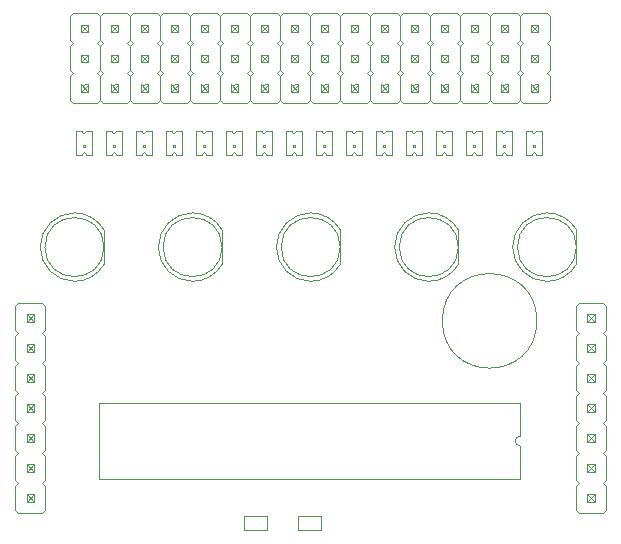
<source format=gbr>
G04 #@! TF.FileFunction,*
%FSLAX46Y46*%
G04 Gerber Fmt 4.6, Leading zero omitted, Abs format (unit mm)*
G04 Created by KiCad (PCBNEW (2015-01-16 BZR 5376)-product) date 29.3.2015 17:27:47*
%MOMM*%
G01*
G04 APERTURE LIST*
%ADD10C,0.100000*%
G04 APERTURE END LIST*
D10*
X247944000Y-70290000D02*
X247690000Y-70544000D01*
X247690000Y-70544000D02*
X247690000Y-72576000D01*
X247690000Y-72576000D02*
X247944000Y-72830000D01*
X249976000Y-70290000D02*
X250230000Y-70544000D01*
X250230000Y-70544000D02*
X250230000Y-72576000D01*
X250230000Y-72576000D02*
X249976000Y-72830000D01*
X247690000Y-67496000D02*
X247944000Y-67750000D01*
X247944000Y-67750000D02*
X247690000Y-68004000D01*
X247690000Y-68004000D02*
X247690000Y-70036000D01*
X250230000Y-67496000D02*
X249976000Y-67750000D01*
X249976000Y-67750000D02*
X250230000Y-68004000D01*
X250230000Y-68004000D02*
X250230000Y-70036000D01*
X249280000Y-66800000D02*
X248640000Y-66160000D01*
X249280000Y-66160000D02*
X249280000Y-66800000D01*
X249280000Y-66800000D02*
X248640000Y-66800000D01*
X248640000Y-66800000D02*
X248640000Y-66160000D01*
X248640000Y-66160000D02*
X249280000Y-66160000D01*
X249280000Y-66160000D02*
X248640000Y-66800000D01*
X249280000Y-69340000D02*
X248640000Y-68700000D01*
X249280000Y-68700000D02*
X249280000Y-69340000D01*
X249280000Y-69340000D02*
X248640000Y-69340000D01*
X248640000Y-69340000D02*
X248640000Y-68700000D01*
X248640000Y-68700000D02*
X249280000Y-68700000D01*
X249280000Y-68700000D02*
X248640000Y-69340000D01*
X249280000Y-71880000D02*
X248640000Y-71230000D01*
X249280000Y-71240000D02*
X249280000Y-71880000D01*
X249280000Y-71880000D02*
X248640000Y-71880000D01*
X248640000Y-71880000D02*
X248640000Y-71230000D01*
X248640000Y-71240000D02*
X249280000Y-71230000D01*
X249280000Y-71240000D02*
X248640000Y-71880000D01*
X247944000Y-65210000D02*
X249976000Y-65210000D01*
X249976000Y-65210000D02*
X250230000Y-65464000D01*
X250230000Y-65464000D02*
X250230000Y-67496000D01*
X250230000Y-70036000D02*
X249976000Y-70290000D01*
X249976000Y-72830000D02*
X247944000Y-72830000D01*
X247944000Y-70290000D02*
X247690000Y-70036000D01*
X247690000Y-67496000D02*
X247690000Y-65464000D01*
X247690000Y-65464000D02*
X247944000Y-65210000D01*
X245404000Y-70290000D02*
X245150000Y-70544000D01*
X245150000Y-70544000D02*
X245150000Y-72576000D01*
X245150000Y-72576000D02*
X245404000Y-72830000D01*
X247436000Y-70290000D02*
X247690000Y-70544000D01*
X247690000Y-70544000D02*
X247690000Y-72576000D01*
X247690000Y-72576000D02*
X247436000Y-72830000D01*
X245150000Y-67496000D02*
X245404000Y-67750000D01*
X245404000Y-67750000D02*
X245150000Y-68004000D01*
X245150000Y-68004000D02*
X245150000Y-70036000D01*
X247690000Y-67496000D02*
X247436000Y-67750000D01*
X247436000Y-67750000D02*
X247690000Y-68004000D01*
X247690000Y-68004000D02*
X247690000Y-70036000D01*
X246740000Y-66800000D02*
X246100000Y-66160000D01*
X246740000Y-66160000D02*
X246740000Y-66800000D01*
X246740000Y-66800000D02*
X246100000Y-66800000D01*
X246100000Y-66800000D02*
X246100000Y-66160000D01*
X246100000Y-66160000D02*
X246740000Y-66160000D01*
X246740000Y-66160000D02*
X246100000Y-66800000D01*
X246740000Y-69340000D02*
X246100000Y-68700000D01*
X246740000Y-68700000D02*
X246740000Y-69340000D01*
X246740000Y-69340000D02*
X246100000Y-69340000D01*
X246100000Y-69340000D02*
X246100000Y-68700000D01*
X246100000Y-68700000D02*
X246740000Y-68700000D01*
X246740000Y-68700000D02*
X246100000Y-69340000D01*
X246740000Y-71880000D02*
X246100000Y-71230000D01*
X246740000Y-71240000D02*
X246740000Y-71880000D01*
X246740000Y-71880000D02*
X246100000Y-71880000D01*
X246100000Y-71880000D02*
X246100000Y-71230000D01*
X246100000Y-71240000D02*
X246740000Y-71230000D01*
X246740000Y-71240000D02*
X246100000Y-71880000D01*
X245404000Y-65210000D02*
X247436000Y-65210000D01*
X247436000Y-65210000D02*
X247690000Y-65464000D01*
X247690000Y-65464000D02*
X247690000Y-67496000D01*
X247690000Y-70036000D02*
X247436000Y-70290000D01*
X247436000Y-72830000D02*
X245404000Y-72830000D01*
X245404000Y-70290000D02*
X245150000Y-70036000D01*
X245150000Y-67496000D02*
X245150000Y-65464000D01*
X245150000Y-65464000D02*
X245404000Y-65210000D01*
X242864000Y-70290000D02*
X242610000Y-70544000D01*
X242610000Y-70544000D02*
X242610000Y-72576000D01*
X242610000Y-72576000D02*
X242864000Y-72830000D01*
X244896000Y-70290000D02*
X245150000Y-70544000D01*
X245150000Y-70544000D02*
X245150000Y-72576000D01*
X245150000Y-72576000D02*
X244896000Y-72830000D01*
X242610000Y-67496000D02*
X242864000Y-67750000D01*
X242864000Y-67750000D02*
X242610000Y-68004000D01*
X242610000Y-68004000D02*
X242610000Y-70036000D01*
X245150000Y-67496000D02*
X244896000Y-67750000D01*
X244896000Y-67750000D02*
X245150000Y-68004000D01*
X245150000Y-68004000D02*
X245150000Y-70036000D01*
X244200000Y-66800000D02*
X243560000Y-66160000D01*
X244200000Y-66160000D02*
X244200000Y-66800000D01*
X244200000Y-66800000D02*
X243560000Y-66800000D01*
X243560000Y-66800000D02*
X243560000Y-66160000D01*
X243560000Y-66160000D02*
X244200000Y-66160000D01*
X244200000Y-66160000D02*
X243560000Y-66800000D01*
X244200000Y-69340000D02*
X243560000Y-68700000D01*
X244200000Y-68700000D02*
X244200000Y-69340000D01*
X244200000Y-69340000D02*
X243560000Y-69340000D01*
X243560000Y-69340000D02*
X243560000Y-68700000D01*
X243560000Y-68700000D02*
X244200000Y-68700000D01*
X244200000Y-68700000D02*
X243560000Y-69340000D01*
X244200000Y-71880000D02*
X243560000Y-71230000D01*
X244200000Y-71240000D02*
X244200000Y-71880000D01*
X244200000Y-71880000D02*
X243560000Y-71880000D01*
X243560000Y-71880000D02*
X243560000Y-71230000D01*
X243560000Y-71240000D02*
X244200000Y-71230000D01*
X244200000Y-71240000D02*
X243560000Y-71880000D01*
X242864000Y-65210000D02*
X244896000Y-65210000D01*
X244896000Y-65210000D02*
X245150000Y-65464000D01*
X245150000Y-65464000D02*
X245150000Y-67496000D01*
X245150000Y-70036000D02*
X244896000Y-70290000D01*
X244896000Y-72830000D02*
X242864000Y-72830000D01*
X242864000Y-70290000D02*
X242610000Y-70036000D01*
X242610000Y-67496000D02*
X242610000Y-65464000D01*
X242610000Y-65464000D02*
X242864000Y-65210000D01*
X240324000Y-70290000D02*
X240070000Y-70544000D01*
X240070000Y-70544000D02*
X240070000Y-72576000D01*
X240070000Y-72576000D02*
X240324000Y-72830000D01*
X242356000Y-70290000D02*
X242610000Y-70544000D01*
X242610000Y-70544000D02*
X242610000Y-72576000D01*
X242610000Y-72576000D02*
X242356000Y-72830000D01*
X240070000Y-67496000D02*
X240324000Y-67750000D01*
X240324000Y-67750000D02*
X240070000Y-68004000D01*
X240070000Y-68004000D02*
X240070000Y-70036000D01*
X242610000Y-67496000D02*
X242356000Y-67750000D01*
X242356000Y-67750000D02*
X242610000Y-68004000D01*
X242610000Y-68004000D02*
X242610000Y-70036000D01*
X241660000Y-66800000D02*
X241020000Y-66160000D01*
X241660000Y-66160000D02*
X241660000Y-66800000D01*
X241660000Y-66800000D02*
X241020000Y-66800000D01*
X241020000Y-66800000D02*
X241020000Y-66160000D01*
X241020000Y-66160000D02*
X241660000Y-66160000D01*
X241660000Y-66160000D02*
X241020000Y-66800000D01*
X241660000Y-69340000D02*
X241020000Y-68700000D01*
X241660000Y-68700000D02*
X241660000Y-69340000D01*
X241660000Y-69340000D02*
X241020000Y-69340000D01*
X241020000Y-69340000D02*
X241020000Y-68700000D01*
X241020000Y-68700000D02*
X241660000Y-68700000D01*
X241660000Y-68700000D02*
X241020000Y-69340000D01*
X241660000Y-71880000D02*
X241020000Y-71230000D01*
X241660000Y-71240000D02*
X241660000Y-71880000D01*
X241660000Y-71880000D02*
X241020000Y-71880000D01*
X241020000Y-71880000D02*
X241020000Y-71230000D01*
X241020000Y-71240000D02*
X241660000Y-71230000D01*
X241660000Y-71240000D02*
X241020000Y-71880000D01*
X240324000Y-65210000D02*
X242356000Y-65210000D01*
X242356000Y-65210000D02*
X242610000Y-65464000D01*
X242610000Y-65464000D02*
X242610000Y-67496000D01*
X242610000Y-70036000D02*
X242356000Y-70290000D01*
X242356000Y-72830000D02*
X240324000Y-72830000D01*
X240324000Y-70290000D02*
X240070000Y-70036000D01*
X240070000Y-67496000D02*
X240070000Y-65464000D01*
X240070000Y-65464000D02*
X240324000Y-65210000D01*
X237784000Y-70290000D02*
X237530000Y-70544000D01*
X237530000Y-70544000D02*
X237530000Y-72576000D01*
X237530000Y-72576000D02*
X237784000Y-72830000D01*
X239816000Y-70290000D02*
X240070000Y-70544000D01*
X240070000Y-70544000D02*
X240070000Y-72576000D01*
X240070000Y-72576000D02*
X239816000Y-72830000D01*
X237530000Y-67496000D02*
X237784000Y-67750000D01*
X237784000Y-67750000D02*
X237530000Y-68004000D01*
X237530000Y-68004000D02*
X237530000Y-70036000D01*
X240070000Y-67496000D02*
X239816000Y-67750000D01*
X239816000Y-67750000D02*
X240070000Y-68004000D01*
X240070000Y-68004000D02*
X240070000Y-70036000D01*
X239120000Y-66800000D02*
X238480000Y-66160000D01*
X239120000Y-66160000D02*
X239120000Y-66800000D01*
X239120000Y-66800000D02*
X238480000Y-66800000D01*
X238480000Y-66800000D02*
X238480000Y-66160000D01*
X238480000Y-66160000D02*
X239120000Y-66160000D01*
X239120000Y-66160000D02*
X238480000Y-66800000D01*
X239120000Y-69340000D02*
X238480000Y-68700000D01*
X239120000Y-68700000D02*
X239120000Y-69340000D01*
X239120000Y-69340000D02*
X238480000Y-69340000D01*
X238480000Y-69340000D02*
X238480000Y-68700000D01*
X238480000Y-68700000D02*
X239120000Y-68700000D01*
X239120000Y-68700000D02*
X238480000Y-69340000D01*
X239120000Y-71880000D02*
X238480000Y-71230000D01*
X239120000Y-71240000D02*
X239120000Y-71880000D01*
X239120000Y-71880000D02*
X238480000Y-71880000D01*
X238480000Y-71880000D02*
X238480000Y-71230000D01*
X238480000Y-71240000D02*
X239120000Y-71230000D01*
X239120000Y-71240000D02*
X238480000Y-71880000D01*
X237784000Y-65210000D02*
X239816000Y-65210000D01*
X239816000Y-65210000D02*
X240070000Y-65464000D01*
X240070000Y-65464000D02*
X240070000Y-67496000D01*
X240070000Y-70036000D02*
X239816000Y-70290000D01*
X239816000Y-72830000D02*
X237784000Y-72830000D01*
X237784000Y-70290000D02*
X237530000Y-70036000D01*
X237530000Y-67496000D02*
X237530000Y-65464000D01*
X237530000Y-65464000D02*
X237784000Y-65210000D01*
X235244000Y-70290000D02*
X234990000Y-70544000D01*
X234990000Y-70544000D02*
X234990000Y-72576000D01*
X234990000Y-72576000D02*
X235244000Y-72830000D01*
X237276000Y-70290000D02*
X237530000Y-70544000D01*
X237530000Y-70544000D02*
X237530000Y-72576000D01*
X237530000Y-72576000D02*
X237276000Y-72830000D01*
X234990000Y-67496000D02*
X235244000Y-67750000D01*
X235244000Y-67750000D02*
X234990000Y-68004000D01*
X234990000Y-68004000D02*
X234990000Y-70036000D01*
X237530000Y-67496000D02*
X237276000Y-67750000D01*
X237276000Y-67750000D02*
X237530000Y-68004000D01*
X237530000Y-68004000D02*
X237530000Y-70036000D01*
X236580000Y-66800000D02*
X235940000Y-66160000D01*
X236580000Y-66160000D02*
X236580000Y-66800000D01*
X236580000Y-66800000D02*
X235940000Y-66800000D01*
X235940000Y-66800000D02*
X235940000Y-66160000D01*
X235940000Y-66160000D02*
X236580000Y-66160000D01*
X236580000Y-66160000D02*
X235940000Y-66800000D01*
X236580000Y-69340000D02*
X235940000Y-68700000D01*
X236580000Y-68700000D02*
X236580000Y-69340000D01*
X236580000Y-69340000D02*
X235940000Y-69340000D01*
X235940000Y-69340000D02*
X235940000Y-68700000D01*
X235940000Y-68700000D02*
X236580000Y-68700000D01*
X236580000Y-68700000D02*
X235940000Y-69340000D01*
X236580000Y-71880000D02*
X235940000Y-71230000D01*
X236580000Y-71240000D02*
X236580000Y-71880000D01*
X236580000Y-71880000D02*
X235940000Y-71880000D01*
X235940000Y-71880000D02*
X235940000Y-71230000D01*
X235940000Y-71240000D02*
X236580000Y-71230000D01*
X236580000Y-71240000D02*
X235940000Y-71880000D01*
X235244000Y-65210000D02*
X237276000Y-65210000D01*
X237276000Y-65210000D02*
X237530000Y-65464000D01*
X237530000Y-65464000D02*
X237530000Y-67496000D01*
X237530000Y-70036000D02*
X237276000Y-70290000D01*
X237276000Y-72830000D02*
X235244000Y-72830000D01*
X235244000Y-70290000D02*
X234990000Y-70036000D01*
X234990000Y-67496000D02*
X234990000Y-65464000D01*
X234990000Y-65464000D02*
X235244000Y-65210000D01*
X232704000Y-70290000D02*
X232450000Y-70544000D01*
X232450000Y-70544000D02*
X232450000Y-72576000D01*
X232450000Y-72576000D02*
X232704000Y-72830000D01*
X234736000Y-70290000D02*
X234990000Y-70544000D01*
X234990000Y-70544000D02*
X234990000Y-72576000D01*
X234990000Y-72576000D02*
X234736000Y-72830000D01*
X232450000Y-67496000D02*
X232704000Y-67750000D01*
X232704000Y-67750000D02*
X232450000Y-68004000D01*
X232450000Y-68004000D02*
X232450000Y-70036000D01*
X234990000Y-67496000D02*
X234736000Y-67750000D01*
X234736000Y-67750000D02*
X234990000Y-68004000D01*
X234990000Y-68004000D02*
X234990000Y-70036000D01*
X234040000Y-66800000D02*
X233400000Y-66160000D01*
X234040000Y-66160000D02*
X234040000Y-66800000D01*
X234040000Y-66800000D02*
X233400000Y-66800000D01*
X233400000Y-66800000D02*
X233400000Y-66160000D01*
X233400000Y-66160000D02*
X234040000Y-66160000D01*
X234040000Y-66160000D02*
X233400000Y-66800000D01*
X234040000Y-69340000D02*
X233400000Y-68700000D01*
X234040000Y-68700000D02*
X234040000Y-69340000D01*
X234040000Y-69340000D02*
X233400000Y-69340000D01*
X233400000Y-69340000D02*
X233400000Y-68700000D01*
X233400000Y-68700000D02*
X234040000Y-68700000D01*
X234040000Y-68700000D02*
X233400000Y-69340000D01*
X234040000Y-71880000D02*
X233400000Y-71230000D01*
X234040000Y-71240000D02*
X234040000Y-71880000D01*
X234040000Y-71880000D02*
X233400000Y-71880000D01*
X233400000Y-71880000D02*
X233400000Y-71230000D01*
X233400000Y-71240000D02*
X234040000Y-71230000D01*
X234040000Y-71240000D02*
X233400000Y-71880000D01*
X232704000Y-65210000D02*
X234736000Y-65210000D01*
X234736000Y-65210000D02*
X234990000Y-65464000D01*
X234990000Y-65464000D02*
X234990000Y-67496000D01*
X234990000Y-70036000D02*
X234736000Y-70290000D01*
X234736000Y-72830000D02*
X232704000Y-72830000D01*
X232704000Y-70290000D02*
X232450000Y-70036000D01*
X232450000Y-67496000D02*
X232450000Y-65464000D01*
X232450000Y-65464000D02*
X232704000Y-65210000D01*
X230164000Y-70290000D02*
X229910000Y-70544000D01*
X229910000Y-70544000D02*
X229910000Y-72576000D01*
X229910000Y-72576000D02*
X230164000Y-72830000D01*
X232196000Y-70290000D02*
X232450000Y-70544000D01*
X232450000Y-70544000D02*
X232450000Y-72576000D01*
X232450000Y-72576000D02*
X232196000Y-72830000D01*
X229910000Y-67496000D02*
X230164000Y-67750000D01*
X230164000Y-67750000D02*
X229910000Y-68004000D01*
X229910000Y-68004000D02*
X229910000Y-70036000D01*
X232450000Y-67496000D02*
X232196000Y-67750000D01*
X232196000Y-67750000D02*
X232450000Y-68004000D01*
X232450000Y-68004000D02*
X232450000Y-70036000D01*
X231500000Y-66800000D02*
X230860000Y-66160000D01*
X231500000Y-66160000D02*
X231500000Y-66800000D01*
X231500000Y-66800000D02*
X230860000Y-66800000D01*
X230860000Y-66800000D02*
X230860000Y-66160000D01*
X230860000Y-66160000D02*
X231500000Y-66160000D01*
X231500000Y-66160000D02*
X230860000Y-66800000D01*
X231500000Y-69340000D02*
X230860000Y-68700000D01*
X231500000Y-68700000D02*
X231500000Y-69340000D01*
X231500000Y-69340000D02*
X230860000Y-69340000D01*
X230860000Y-69340000D02*
X230860000Y-68700000D01*
X230860000Y-68700000D02*
X231500000Y-68700000D01*
X231500000Y-68700000D02*
X230860000Y-69340000D01*
X231500000Y-71880000D02*
X230860000Y-71230000D01*
X231500000Y-71240000D02*
X231500000Y-71880000D01*
X231500000Y-71880000D02*
X230860000Y-71880000D01*
X230860000Y-71880000D02*
X230860000Y-71230000D01*
X230860000Y-71240000D02*
X231500000Y-71230000D01*
X231500000Y-71240000D02*
X230860000Y-71880000D01*
X230164000Y-65210000D02*
X232196000Y-65210000D01*
X232196000Y-65210000D02*
X232450000Y-65464000D01*
X232450000Y-65464000D02*
X232450000Y-67496000D01*
X232450000Y-70036000D02*
X232196000Y-70290000D01*
X232196000Y-72830000D02*
X230164000Y-72830000D01*
X230164000Y-70290000D02*
X229910000Y-70036000D01*
X229910000Y-67496000D02*
X229910000Y-65464000D01*
X229910000Y-65464000D02*
X230164000Y-65210000D01*
X227624000Y-70290000D02*
X227370000Y-70544000D01*
X227370000Y-70544000D02*
X227370000Y-72576000D01*
X227370000Y-72576000D02*
X227624000Y-72830000D01*
X229656000Y-70290000D02*
X229910000Y-70544000D01*
X229910000Y-70544000D02*
X229910000Y-72576000D01*
X229910000Y-72576000D02*
X229656000Y-72830000D01*
X227370000Y-67496000D02*
X227624000Y-67750000D01*
X227624000Y-67750000D02*
X227370000Y-68004000D01*
X227370000Y-68004000D02*
X227370000Y-70036000D01*
X229910000Y-67496000D02*
X229656000Y-67750000D01*
X229656000Y-67750000D02*
X229910000Y-68004000D01*
X229910000Y-68004000D02*
X229910000Y-70036000D01*
X228960000Y-66800000D02*
X228320000Y-66160000D01*
X228960000Y-66160000D02*
X228960000Y-66800000D01*
X228960000Y-66800000D02*
X228320000Y-66800000D01*
X228320000Y-66800000D02*
X228320000Y-66160000D01*
X228320000Y-66160000D02*
X228960000Y-66160000D01*
X228960000Y-66160000D02*
X228320000Y-66800000D01*
X228960000Y-69340000D02*
X228320000Y-68700000D01*
X228960000Y-68700000D02*
X228960000Y-69340000D01*
X228960000Y-69340000D02*
X228320000Y-69340000D01*
X228320000Y-69340000D02*
X228320000Y-68700000D01*
X228320000Y-68700000D02*
X228960000Y-68700000D01*
X228960000Y-68700000D02*
X228320000Y-69340000D01*
X228960000Y-71880000D02*
X228320000Y-71230000D01*
X228960000Y-71240000D02*
X228960000Y-71880000D01*
X228960000Y-71880000D02*
X228320000Y-71880000D01*
X228320000Y-71880000D02*
X228320000Y-71230000D01*
X228320000Y-71240000D02*
X228960000Y-71230000D01*
X228960000Y-71240000D02*
X228320000Y-71880000D01*
X227624000Y-65210000D02*
X229656000Y-65210000D01*
X229656000Y-65210000D02*
X229910000Y-65464000D01*
X229910000Y-65464000D02*
X229910000Y-67496000D01*
X229910000Y-70036000D02*
X229656000Y-70290000D01*
X229656000Y-72830000D02*
X227624000Y-72830000D01*
X227624000Y-70290000D02*
X227370000Y-70036000D01*
X227370000Y-67496000D02*
X227370000Y-65464000D01*
X227370000Y-65464000D02*
X227624000Y-65210000D01*
X225084000Y-70290000D02*
X224830000Y-70544000D01*
X224830000Y-70544000D02*
X224830000Y-72576000D01*
X224830000Y-72576000D02*
X225084000Y-72830000D01*
X227116000Y-70290000D02*
X227370000Y-70544000D01*
X227370000Y-70544000D02*
X227370000Y-72576000D01*
X227370000Y-72576000D02*
X227116000Y-72830000D01*
X224830000Y-67496000D02*
X225084000Y-67750000D01*
X225084000Y-67750000D02*
X224830000Y-68004000D01*
X224830000Y-68004000D02*
X224830000Y-70036000D01*
X227370000Y-67496000D02*
X227116000Y-67750000D01*
X227116000Y-67750000D02*
X227370000Y-68004000D01*
X227370000Y-68004000D02*
X227370000Y-70036000D01*
X226420000Y-66800000D02*
X225780000Y-66160000D01*
X226420000Y-66160000D02*
X226420000Y-66800000D01*
X226420000Y-66800000D02*
X225780000Y-66800000D01*
X225780000Y-66800000D02*
X225780000Y-66160000D01*
X225780000Y-66160000D02*
X226420000Y-66160000D01*
X226420000Y-66160000D02*
X225780000Y-66800000D01*
X226420000Y-69340000D02*
X225780000Y-68700000D01*
X226420000Y-68700000D02*
X226420000Y-69340000D01*
X226420000Y-69340000D02*
X225780000Y-69340000D01*
X225780000Y-69340000D02*
X225780000Y-68700000D01*
X225780000Y-68700000D02*
X226420000Y-68700000D01*
X226420000Y-68700000D02*
X225780000Y-69340000D01*
X226420000Y-71880000D02*
X225780000Y-71230000D01*
X226420000Y-71240000D02*
X226420000Y-71880000D01*
X226420000Y-71880000D02*
X225780000Y-71880000D01*
X225780000Y-71880000D02*
X225780000Y-71230000D01*
X225780000Y-71240000D02*
X226420000Y-71230000D01*
X226420000Y-71240000D02*
X225780000Y-71880000D01*
X225084000Y-65210000D02*
X227116000Y-65210000D01*
X227116000Y-65210000D02*
X227370000Y-65464000D01*
X227370000Y-65464000D02*
X227370000Y-67496000D01*
X227370000Y-70036000D02*
X227116000Y-70290000D01*
X227116000Y-72830000D02*
X225084000Y-72830000D01*
X225084000Y-70290000D02*
X224830000Y-70036000D01*
X224830000Y-67496000D02*
X224830000Y-65464000D01*
X224830000Y-65464000D02*
X225084000Y-65210000D01*
X222544000Y-70290000D02*
X222290000Y-70544000D01*
X222290000Y-70544000D02*
X222290000Y-72576000D01*
X222290000Y-72576000D02*
X222544000Y-72830000D01*
X224576000Y-70290000D02*
X224830000Y-70544000D01*
X224830000Y-70544000D02*
X224830000Y-72576000D01*
X224830000Y-72576000D02*
X224576000Y-72830000D01*
X222290000Y-67496000D02*
X222544000Y-67750000D01*
X222544000Y-67750000D02*
X222290000Y-68004000D01*
X222290000Y-68004000D02*
X222290000Y-70036000D01*
X224830000Y-67496000D02*
X224576000Y-67750000D01*
X224576000Y-67750000D02*
X224830000Y-68004000D01*
X224830000Y-68004000D02*
X224830000Y-70036000D01*
X223880000Y-66800000D02*
X223240000Y-66160000D01*
X223880000Y-66160000D02*
X223880000Y-66800000D01*
X223880000Y-66800000D02*
X223240000Y-66800000D01*
X223240000Y-66800000D02*
X223240000Y-66160000D01*
X223240000Y-66160000D02*
X223880000Y-66160000D01*
X223880000Y-66160000D02*
X223240000Y-66800000D01*
X223880000Y-69340000D02*
X223240000Y-68700000D01*
X223880000Y-68700000D02*
X223880000Y-69340000D01*
X223880000Y-69340000D02*
X223240000Y-69340000D01*
X223240000Y-69340000D02*
X223240000Y-68700000D01*
X223240000Y-68700000D02*
X223880000Y-68700000D01*
X223880000Y-68700000D02*
X223240000Y-69340000D01*
X223880000Y-71880000D02*
X223240000Y-71230000D01*
X223880000Y-71240000D02*
X223880000Y-71880000D01*
X223880000Y-71880000D02*
X223240000Y-71880000D01*
X223240000Y-71880000D02*
X223240000Y-71230000D01*
X223240000Y-71240000D02*
X223880000Y-71230000D01*
X223880000Y-71240000D02*
X223240000Y-71880000D01*
X222544000Y-65210000D02*
X224576000Y-65210000D01*
X224576000Y-65210000D02*
X224830000Y-65464000D01*
X224830000Y-65464000D02*
X224830000Y-67496000D01*
X224830000Y-70036000D02*
X224576000Y-70290000D01*
X224576000Y-72830000D02*
X222544000Y-72830000D01*
X222544000Y-70290000D02*
X222290000Y-70036000D01*
X222290000Y-67496000D02*
X222290000Y-65464000D01*
X222290000Y-65464000D02*
X222544000Y-65210000D01*
X220004000Y-70290000D02*
X219750000Y-70544000D01*
X219750000Y-70544000D02*
X219750000Y-72576000D01*
X219750000Y-72576000D02*
X220004000Y-72830000D01*
X222036000Y-70290000D02*
X222290000Y-70544000D01*
X222290000Y-70544000D02*
X222290000Y-72576000D01*
X222290000Y-72576000D02*
X222036000Y-72830000D01*
X219750000Y-67496000D02*
X220004000Y-67750000D01*
X220004000Y-67750000D02*
X219750000Y-68004000D01*
X219750000Y-68004000D02*
X219750000Y-70036000D01*
X222290000Y-67496000D02*
X222036000Y-67750000D01*
X222036000Y-67750000D02*
X222290000Y-68004000D01*
X222290000Y-68004000D02*
X222290000Y-70036000D01*
X221340000Y-66800000D02*
X220700000Y-66160000D01*
X221340000Y-66160000D02*
X221340000Y-66800000D01*
X221340000Y-66800000D02*
X220700000Y-66800000D01*
X220700000Y-66800000D02*
X220700000Y-66160000D01*
X220700000Y-66160000D02*
X221340000Y-66160000D01*
X221340000Y-66160000D02*
X220700000Y-66800000D01*
X221340000Y-69340000D02*
X220700000Y-68700000D01*
X221340000Y-68700000D02*
X221340000Y-69340000D01*
X221340000Y-69340000D02*
X220700000Y-69340000D01*
X220700000Y-69340000D02*
X220700000Y-68700000D01*
X220700000Y-68700000D02*
X221340000Y-68700000D01*
X221340000Y-68700000D02*
X220700000Y-69340000D01*
X221340000Y-71880000D02*
X220700000Y-71230000D01*
X221340000Y-71240000D02*
X221340000Y-71880000D01*
X221340000Y-71880000D02*
X220700000Y-71880000D01*
X220700000Y-71880000D02*
X220700000Y-71230000D01*
X220700000Y-71240000D02*
X221340000Y-71230000D01*
X221340000Y-71240000D02*
X220700000Y-71880000D01*
X220004000Y-65210000D02*
X222036000Y-65210000D01*
X222036000Y-65210000D02*
X222290000Y-65464000D01*
X222290000Y-65464000D02*
X222290000Y-67496000D01*
X222290000Y-70036000D02*
X222036000Y-70290000D01*
X222036000Y-72830000D02*
X220004000Y-72830000D01*
X220004000Y-70290000D02*
X219750000Y-70036000D01*
X219750000Y-67496000D02*
X219750000Y-65464000D01*
X219750000Y-65464000D02*
X220004000Y-65210000D01*
X217464000Y-70290000D02*
X217210000Y-70544000D01*
X217210000Y-70544000D02*
X217210000Y-72576000D01*
X217210000Y-72576000D02*
X217464000Y-72830000D01*
X219496000Y-70290000D02*
X219750000Y-70544000D01*
X219750000Y-70544000D02*
X219750000Y-72576000D01*
X219750000Y-72576000D02*
X219496000Y-72830000D01*
X217210000Y-67496000D02*
X217464000Y-67750000D01*
X217464000Y-67750000D02*
X217210000Y-68004000D01*
X217210000Y-68004000D02*
X217210000Y-70036000D01*
X219750000Y-67496000D02*
X219496000Y-67750000D01*
X219496000Y-67750000D02*
X219750000Y-68004000D01*
X219750000Y-68004000D02*
X219750000Y-70036000D01*
X218800000Y-66800000D02*
X218160000Y-66160000D01*
X218800000Y-66160000D02*
X218800000Y-66800000D01*
X218800000Y-66800000D02*
X218160000Y-66800000D01*
X218160000Y-66800000D02*
X218160000Y-66160000D01*
X218160000Y-66160000D02*
X218800000Y-66160000D01*
X218800000Y-66160000D02*
X218160000Y-66800000D01*
X218800000Y-69340000D02*
X218160000Y-68700000D01*
X218800000Y-68700000D02*
X218800000Y-69340000D01*
X218800000Y-69340000D02*
X218160000Y-69340000D01*
X218160000Y-69340000D02*
X218160000Y-68700000D01*
X218160000Y-68700000D02*
X218800000Y-68700000D01*
X218800000Y-68700000D02*
X218160000Y-69340000D01*
X218800000Y-71880000D02*
X218160000Y-71230000D01*
X218800000Y-71240000D02*
X218800000Y-71880000D01*
X218800000Y-71880000D02*
X218160000Y-71880000D01*
X218160000Y-71880000D02*
X218160000Y-71230000D01*
X218160000Y-71240000D02*
X218800000Y-71230000D01*
X218800000Y-71240000D02*
X218160000Y-71880000D01*
X217464000Y-65210000D02*
X219496000Y-65210000D01*
X219496000Y-65210000D02*
X219750000Y-65464000D01*
X219750000Y-65464000D02*
X219750000Y-67496000D01*
X219750000Y-70036000D02*
X219496000Y-70290000D01*
X219496000Y-72830000D02*
X217464000Y-72830000D01*
X217464000Y-70290000D02*
X217210000Y-70036000D01*
X217210000Y-67496000D02*
X217210000Y-65464000D01*
X217210000Y-65464000D02*
X217464000Y-65210000D01*
X214924000Y-70290000D02*
X214670000Y-70544000D01*
X214670000Y-70544000D02*
X214670000Y-72576000D01*
X214670000Y-72576000D02*
X214924000Y-72830000D01*
X216956000Y-70290000D02*
X217210000Y-70544000D01*
X217210000Y-70544000D02*
X217210000Y-72576000D01*
X217210000Y-72576000D02*
X216956000Y-72830000D01*
X214670000Y-67496000D02*
X214924000Y-67750000D01*
X214924000Y-67750000D02*
X214670000Y-68004000D01*
X214670000Y-68004000D02*
X214670000Y-70036000D01*
X217210000Y-67496000D02*
X216956000Y-67750000D01*
X216956000Y-67750000D02*
X217210000Y-68004000D01*
X217210000Y-68004000D02*
X217210000Y-70036000D01*
X216260000Y-66800000D02*
X215620000Y-66160000D01*
X216260000Y-66160000D02*
X216260000Y-66800000D01*
X216260000Y-66800000D02*
X215620000Y-66800000D01*
X215620000Y-66800000D02*
X215620000Y-66160000D01*
X215620000Y-66160000D02*
X216260000Y-66160000D01*
X216260000Y-66160000D02*
X215620000Y-66800000D01*
X216260000Y-69340000D02*
X215620000Y-68700000D01*
X216260000Y-68700000D02*
X216260000Y-69340000D01*
X216260000Y-69340000D02*
X215620000Y-69340000D01*
X215620000Y-69340000D02*
X215620000Y-68700000D01*
X215620000Y-68700000D02*
X216260000Y-68700000D01*
X216260000Y-68700000D02*
X215620000Y-69340000D01*
X216260000Y-71880000D02*
X215620000Y-71230000D01*
X216260000Y-71240000D02*
X216260000Y-71880000D01*
X216260000Y-71880000D02*
X215620000Y-71880000D01*
X215620000Y-71880000D02*
X215620000Y-71230000D01*
X215620000Y-71240000D02*
X216260000Y-71230000D01*
X216260000Y-71240000D02*
X215620000Y-71880000D01*
X214924000Y-65210000D02*
X216956000Y-65210000D01*
X216956000Y-65210000D02*
X217210000Y-65464000D01*
X217210000Y-65464000D02*
X217210000Y-67496000D01*
X217210000Y-70036000D02*
X216956000Y-70290000D01*
X216956000Y-72830000D02*
X214924000Y-72830000D01*
X214924000Y-70290000D02*
X214670000Y-70036000D01*
X214670000Y-67496000D02*
X214670000Y-65464000D01*
X214670000Y-65464000D02*
X214924000Y-65210000D01*
X212384000Y-70290000D02*
X212130000Y-70544000D01*
X212130000Y-70544000D02*
X212130000Y-72576000D01*
X212130000Y-72576000D02*
X212384000Y-72830000D01*
X214416000Y-70290000D02*
X214670000Y-70544000D01*
X214670000Y-70544000D02*
X214670000Y-72576000D01*
X214670000Y-72576000D02*
X214416000Y-72830000D01*
X212130000Y-67496000D02*
X212384000Y-67750000D01*
X212384000Y-67750000D02*
X212130000Y-68004000D01*
X212130000Y-68004000D02*
X212130000Y-70036000D01*
X214670000Y-67496000D02*
X214416000Y-67750000D01*
X214416000Y-67750000D02*
X214670000Y-68004000D01*
X214670000Y-68004000D02*
X214670000Y-70036000D01*
X213720000Y-66800000D02*
X213080000Y-66160000D01*
X213720000Y-66160000D02*
X213720000Y-66800000D01*
X213720000Y-66800000D02*
X213080000Y-66800000D01*
X213080000Y-66800000D02*
X213080000Y-66160000D01*
X213080000Y-66160000D02*
X213720000Y-66160000D01*
X213720000Y-66160000D02*
X213080000Y-66800000D01*
X213720000Y-69340000D02*
X213080000Y-68700000D01*
X213720000Y-68700000D02*
X213720000Y-69340000D01*
X213720000Y-69340000D02*
X213080000Y-69340000D01*
X213080000Y-69340000D02*
X213080000Y-68700000D01*
X213080000Y-68700000D02*
X213720000Y-68700000D01*
X213720000Y-68700000D02*
X213080000Y-69340000D01*
X213720000Y-71880000D02*
X213080000Y-71230000D01*
X213720000Y-71240000D02*
X213720000Y-71880000D01*
X213720000Y-71880000D02*
X213080000Y-71880000D01*
X213080000Y-71880000D02*
X213080000Y-71230000D01*
X213080000Y-71240000D02*
X213720000Y-71230000D01*
X213720000Y-71240000D02*
X213080000Y-71880000D01*
X212384000Y-65210000D02*
X214416000Y-65210000D01*
X214416000Y-65210000D02*
X214670000Y-65464000D01*
X214670000Y-65464000D02*
X214670000Y-67496000D01*
X214670000Y-70036000D02*
X214416000Y-70290000D01*
X214416000Y-72830000D02*
X212384000Y-72830000D01*
X212384000Y-70290000D02*
X212130000Y-70036000D01*
X212130000Y-67496000D02*
X212130000Y-65464000D01*
X212130000Y-65464000D02*
X212384000Y-65210000D01*
X209844000Y-70290000D02*
X209590000Y-70544000D01*
X209590000Y-70544000D02*
X209590000Y-72576000D01*
X209590000Y-72576000D02*
X209844000Y-72830000D01*
X211876000Y-70290000D02*
X212130000Y-70544000D01*
X212130000Y-70544000D02*
X212130000Y-72576000D01*
X212130000Y-72576000D02*
X211876000Y-72830000D01*
X209590000Y-67496000D02*
X209844000Y-67750000D01*
X209844000Y-67750000D02*
X209590000Y-68004000D01*
X209590000Y-68004000D02*
X209590000Y-70036000D01*
X212130000Y-67496000D02*
X211876000Y-67750000D01*
X211876000Y-67750000D02*
X212130000Y-68004000D01*
X212130000Y-68004000D02*
X212130000Y-70036000D01*
X211180000Y-66800000D02*
X210540000Y-66160000D01*
X211180000Y-66160000D02*
X211180000Y-66800000D01*
X211180000Y-66800000D02*
X210540000Y-66800000D01*
X210540000Y-66800000D02*
X210540000Y-66160000D01*
X210540000Y-66160000D02*
X211180000Y-66160000D01*
X211180000Y-66160000D02*
X210540000Y-66800000D01*
X211180000Y-69340000D02*
X210540000Y-68700000D01*
X211180000Y-68700000D02*
X211180000Y-69340000D01*
X211180000Y-69340000D02*
X210540000Y-69340000D01*
X210540000Y-69340000D02*
X210540000Y-68700000D01*
X210540000Y-68700000D02*
X211180000Y-68700000D01*
X211180000Y-68700000D02*
X210540000Y-69340000D01*
X211180000Y-71880000D02*
X210540000Y-71230000D01*
X211180000Y-71240000D02*
X211180000Y-71880000D01*
X211180000Y-71880000D02*
X210540000Y-71880000D01*
X210540000Y-71880000D02*
X210540000Y-71230000D01*
X210540000Y-71240000D02*
X211180000Y-71230000D01*
X211180000Y-71240000D02*
X210540000Y-71880000D01*
X209844000Y-65210000D02*
X211876000Y-65210000D01*
X211876000Y-65210000D02*
X212130000Y-65464000D01*
X212130000Y-65464000D02*
X212130000Y-67496000D01*
X212130000Y-70036000D02*
X211876000Y-70290000D01*
X211876000Y-72830000D02*
X209844000Y-72830000D01*
X209844000Y-70290000D02*
X209590000Y-70036000D01*
X209590000Y-67496000D02*
X209590000Y-65464000D01*
X209590000Y-65464000D02*
X209844000Y-65210000D01*
X254050000Y-105920000D02*
X253410000Y-106560000D01*
X253410000Y-105920000D02*
X254050000Y-105920000D01*
X253410000Y-106560000D02*
X253410000Y-105920000D01*
X254050000Y-106560000D02*
X253410000Y-106560000D01*
X254050000Y-105920000D02*
X254050000Y-106560000D01*
X254050000Y-106560000D02*
X253410000Y-105920000D01*
X252460000Y-105224000D02*
X252714000Y-104970000D01*
X252460000Y-107256000D02*
X252460000Y-105224000D01*
X252714000Y-107510000D02*
X252460000Y-107256000D01*
X254746000Y-107510000D02*
X252714000Y-107510000D01*
X255000000Y-107256000D02*
X254746000Y-107510000D01*
X255000000Y-105224000D02*
X255000000Y-107256000D01*
X254746000Y-104970000D02*
X255000000Y-105224000D01*
X254746000Y-102430000D02*
X255000000Y-102684000D01*
X255000000Y-102684000D02*
X255000000Y-104716000D01*
X255000000Y-104716000D02*
X254746000Y-104970000D01*
X252714000Y-104970000D02*
X252460000Y-104716000D01*
X252460000Y-104716000D02*
X252460000Y-102684000D01*
X252460000Y-102684000D02*
X252714000Y-102430000D01*
X254746000Y-99890000D02*
X255000000Y-100144000D01*
X255000000Y-100144000D02*
X255000000Y-102176000D01*
X255000000Y-102176000D02*
X254746000Y-102430000D01*
X252714000Y-102430000D02*
X252460000Y-102176000D01*
X252460000Y-102176000D02*
X252460000Y-100144000D01*
X252460000Y-100144000D02*
X252714000Y-99890000D01*
X254746000Y-97350000D02*
X255000000Y-97604000D01*
X255000000Y-97604000D02*
X255000000Y-99636000D01*
X255000000Y-99636000D02*
X254746000Y-99890000D01*
X252714000Y-99890000D02*
X252460000Y-99636000D01*
X252460000Y-99636000D02*
X252460000Y-97604000D01*
X252460000Y-97604000D02*
X252714000Y-97350000D01*
X252714000Y-94810000D02*
X252460000Y-95064000D01*
X252460000Y-95064000D02*
X252460000Y-97096000D01*
X252460000Y-97096000D02*
X252714000Y-97350000D01*
X254746000Y-94810000D02*
X255000000Y-95064000D01*
X255000000Y-95064000D02*
X255000000Y-97096000D01*
X255000000Y-97096000D02*
X254746000Y-97350000D01*
X252460000Y-92016000D02*
X252714000Y-92270000D01*
X252714000Y-92270000D02*
X252460000Y-92524000D01*
X252460000Y-92524000D02*
X252460000Y-94556000D01*
X255000000Y-92016000D02*
X254746000Y-92270000D01*
X254746000Y-92270000D02*
X255000000Y-92524000D01*
X255000000Y-92524000D02*
X255000000Y-94556000D01*
X254050000Y-91320000D02*
X253410000Y-90680000D01*
X254050000Y-90680000D02*
X254050000Y-91320000D01*
X254050000Y-91320000D02*
X253410000Y-91320000D01*
X253410000Y-91320000D02*
X253410000Y-90680000D01*
X253410000Y-90680000D02*
X254050000Y-90680000D01*
X254050000Y-90680000D02*
X253410000Y-91320000D01*
X254050000Y-93860000D02*
X253410000Y-93220000D01*
X254050000Y-93220000D02*
X254050000Y-93860000D01*
X254050000Y-93860000D02*
X253410000Y-93860000D01*
X253410000Y-93860000D02*
X253410000Y-93220000D01*
X253410000Y-93220000D02*
X254050000Y-93220000D01*
X254050000Y-93220000D02*
X253410000Y-93860000D01*
X254050000Y-96400000D02*
X253410000Y-95760000D01*
X254050000Y-95760000D02*
X254050000Y-96400000D01*
X254050000Y-96400000D02*
X253410000Y-96400000D01*
X253410000Y-96400000D02*
X253410000Y-95760000D01*
X253410000Y-95760000D02*
X254050000Y-95760000D01*
X254050000Y-95760000D02*
X253410000Y-96400000D01*
X254050000Y-98940000D02*
X253410000Y-98300000D01*
X254050000Y-98300000D02*
X254050000Y-98940000D01*
X254050000Y-98940000D02*
X253410000Y-98940000D01*
X253410000Y-98940000D02*
X253410000Y-98300000D01*
X253410000Y-98300000D02*
X254050000Y-98300000D01*
X254050000Y-98300000D02*
X253410000Y-98940000D01*
X254050000Y-101480000D02*
X253410000Y-100840000D01*
X254050000Y-100840000D02*
X254050000Y-101480000D01*
X254050000Y-101480000D02*
X253410000Y-101480000D01*
X253410000Y-101480000D02*
X253410000Y-100840000D01*
X253410000Y-100840000D02*
X254050000Y-100840000D01*
X254050000Y-100840000D02*
X253410000Y-101480000D01*
X254050000Y-104020000D02*
X253410000Y-103380000D01*
X254050000Y-103380000D02*
X254050000Y-104020000D01*
X254050000Y-104020000D02*
X253410000Y-104020000D01*
X253410000Y-104020000D02*
X253410000Y-103380000D01*
X253410000Y-103380000D02*
X254050000Y-103380000D01*
X254050000Y-103380000D02*
X253410000Y-104020000D01*
X252714000Y-89730000D02*
X254746000Y-89730000D01*
X254746000Y-89730000D02*
X255000000Y-89984000D01*
X255000000Y-89984000D02*
X255000000Y-92016000D01*
X255000000Y-94556000D02*
X254746000Y-94810000D01*
X252714000Y-94810000D02*
X252460000Y-94556000D01*
X252460000Y-92016000D02*
X252460000Y-89984000D01*
X252460000Y-89984000D02*
X252714000Y-89730000D01*
X206590000Y-105920000D02*
X205950000Y-106560000D01*
X205950000Y-105920000D02*
X206590000Y-105920000D01*
X205950000Y-106560000D02*
X205950000Y-105920000D01*
X206590000Y-106560000D02*
X205950000Y-106560000D01*
X206590000Y-105920000D02*
X206590000Y-106560000D01*
X206590000Y-106560000D02*
X205950000Y-105920000D01*
X205000000Y-105224000D02*
X205254000Y-104970000D01*
X205000000Y-107256000D02*
X205000000Y-105224000D01*
X205254000Y-107510000D02*
X205000000Y-107256000D01*
X207286000Y-107510000D02*
X205254000Y-107510000D01*
X207540000Y-107256000D02*
X207286000Y-107510000D01*
X207540000Y-105224000D02*
X207540000Y-107256000D01*
X207286000Y-104970000D02*
X207540000Y-105224000D01*
X207286000Y-102430000D02*
X207540000Y-102684000D01*
X207540000Y-102684000D02*
X207540000Y-104716000D01*
X207540000Y-104716000D02*
X207286000Y-104970000D01*
X205254000Y-104970000D02*
X205000000Y-104716000D01*
X205000000Y-104716000D02*
X205000000Y-102684000D01*
X205000000Y-102684000D02*
X205254000Y-102430000D01*
X207286000Y-99890000D02*
X207540000Y-100144000D01*
X207540000Y-100144000D02*
X207540000Y-102176000D01*
X207540000Y-102176000D02*
X207286000Y-102430000D01*
X205254000Y-102430000D02*
X205000000Y-102176000D01*
X205000000Y-102176000D02*
X205000000Y-100144000D01*
X205000000Y-100144000D02*
X205254000Y-99890000D01*
X207286000Y-97350000D02*
X207540000Y-97604000D01*
X207540000Y-97604000D02*
X207540000Y-99636000D01*
X207540000Y-99636000D02*
X207286000Y-99890000D01*
X205254000Y-99890000D02*
X205000000Y-99636000D01*
X205000000Y-99636000D02*
X205000000Y-97604000D01*
X205000000Y-97604000D02*
X205254000Y-97350000D01*
X205254000Y-94810000D02*
X205000000Y-95064000D01*
X205000000Y-95064000D02*
X205000000Y-97096000D01*
X205000000Y-97096000D02*
X205254000Y-97350000D01*
X207286000Y-94810000D02*
X207540000Y-95064000D01*
X207540000Y-95064000D02*
X207540000Y-97096000D01*
X207540000Y-97096000D02*
X207286000Y-97350000D01*
X205000000Y-92016000D02*
X205254000Y-92270000D01*
X205254000Y-92270000D02*
X205000000Y-92524000D01*
X205000000Y-92524000D02*
X205000000Y-94556000D01*
X207540000Y-92016000D02*
X207286000Y-92270000D01*
X207286000Y-92270000D02*
X207540000Y-92524000D01*
X207540000Y-92524000D02*
X207540000Y-94556000D01*
X206590000Y-91320000D02*
X205950000Y-90680000D01*
X206590000Y-90680000D02*
X206590000Y-91320000D01*
X206590000Y-91320000D02*
X205950000Y-91320000D01*
X205950000Y-91320000D02*
X205950000Y-90680000D01*
X205950000Y-90680000D02*
X206590000Y-90680000D01*
X206590000Y-90680000D02*
X205950000Y-91320000D01*
X206590000Y-93860000D02*
X205950000Y-93220000D01*
X206590000Y-93220000D02*
X206590000Y-93860000D01*
X206590000Y-93860000D02*
X205950000Y-93860000D01*
X205950000Y-93860000D02*
X205950000Y-93220000D01*
X205950000Y-93220000D02*
X206590000Y-93220000D01*
X206590000Y-93220000D02*
X205950000Y-93860000D01*
X206590000Y-96400000D02*
X205950000Y-95760000D01*
X206590000Y-95760000D02*
X206590000Y-96400000D01*
X206590000Y-96400000D02*
X205950000Y-96400000D01*
X205950000Y-96400000D02*
X205950000Y-95760000D01*
X205950000Y-95760000D02*
X206590000Y-95760000D01*
X206590000Y-95760000D02*
X205950000Y-96400000D01*
X206590000Y-98940000D02*
X205950000Y-98300000D01*
X206590000Y-98300000D02*
X206590000Y-98940000D01*
X206590000Y-98940000D02*
X205950000Y-98940000D01*
X205950000Y-98940000D02*
X205950000Y-98300000D01*
X205950000Y-98300000D02*
X206590000Y-98300000D01*
X206590000Y-98300000D02*
X205950000Y-98940000D01*
X206590000Y-101480000D02*
X205950000Y-100840000D01*
X206590000Y-100840000D02*
X206590000Y-101480000D01*
X206590000Y-101480000D02*
X205950000Y-101480000D01*
X205950000Y-101480000D02*
X205950000Y-100840000D01*
X205950000Y-100840000D02*
X206590000Y-100840000D01*
X206590000Y-100840000D02*
X205950000Y-101480000D01*
X206590000Y-104020000D02*
X205950000Y-103380000D01*
X206590000Y-103380000D02*
X206590000Y-104020000D01*
X206590000Y-104020000D02*
X205950000Y-104020000D01*
X205950000Y-104020000D02*
X205950000Y-103380000D01*
X205950000Y-103380000D02*
X206590000Y-103380000D01*
X206590000Y-103380000D02*
X205950000Y-104020000D01*
X205254000Y-89730000D02*
X207286000Y-89730000D01*
X207286000Y-89730000D02*
X207540000Y-89984000D01*
X207540000Y-89984000D02*
X207540000Y-92016000D01*
X207540000Y-94556000D02*
X207286000Y-94810000D01*
X205254000Y-94810000D02*
X205000000Y-94556000D01*
X205000000Y-92016000D02*
X205000000Y-89984000D01*
X205000000Y-89984000D02*
X205254000Y-89730000D01*
X247310000Y-101405000D02*
G75*
G03X247710000Y-101805000I400000J0D01*
G01*
X247710000Y-101005000D02*
G75*
G03X247310000Y-101405000I0J-400000D01*
G01*
X212110000Y-98205000D02*
X247710000Y-98205000D01*
X247710000Y-104605000D02*
X212110000Y-104605000D01*
X247710000Y-101005000D02*
X247710000Y-98205000D01*
X247710000Y-104605000D02*
X247710000Y-101805000D01*
X212110000Y-104605000D02*
X212110000Y-98205000D01*
X226338000Y-108990000D02*
X224338000Y-108990000D01*
X224338000Y-108990000D02*
X224338000Y-107790000D01*
X224338000Y-107790000D02*
X226338000Y-107790000D01*
X226338000Y-107790000D02*
X226338000Y-108990000D01*
X212500000Y-83550000D02*
X212500000Y-86450000D01*
X207100000Y-85000000D02*
G75*
G03X210000000Y-87900000I2900000J0D01*
G01*
X212496152Y-86476220D02*
G75*
G02X210000000Y-87900000I-2496152J1476220D01*
G01*
X210000000Y-82100000D02*
G75*
G03X207100000Y-85000000I0J-2900000D01*
G01*
X212496152Y-83523780D02*
G75*
G03X210000000Y-82100000I-2496152J-1476220D01*
G01*
X212500000Y-85000000D02*
G75*
G03X212500000Y-85000000I-2500000J0D01*
G01*
X222500000Y-83550000D02*
X222500000Y-86450000D01*
X217100000Y-85000000D02*
G75*
G03X220000000Y-87900000I2900000J0D01*
G01*
X222496152Y-86476220D02*
G75*
G02X220000000Y-87900000I-2496152J1476220D01*
G01*
X220000000Y-82100000D02*
G75*
G03X217100000Y-85000000I0J-2900000D01*
G01*
X222496152Y-83523780D02*
G75*
G03X220000000Y-82100000I-2496152J-1476220D01*
G01*
X222500000Y-85000000D02*
G75*
G03X222500000Y-85000000I-2500000J0D01*
G01*
X232500000Y-83550000D02*
X232500000Y-86450000D01*
X227100000Y-85000000D02*
G75*
G03X230000000Y-87900000I2900000J0D01*
G01*
X232496152Y-86476220D02*
G75*
G02X230000000Y-87900000I-2496152J1476220D01*
G01*
X230000000Y-82100000D02*
G75*
G03X227100000Y-85000000I0J-2900000D01*
G01*
X232496152Y-83523780D02*
G75*
G03X230000000Y-82100000I-2496152J-1476220D01*
G01*
X232500000Y-85000000D02*
G75*
G03X232500000Y-85000000I-2500000J0D01*
G01*
X242500000Y-83550000D02*
X242500000Y-86450000D01*
X237100000Y-85000000D02*
G75*
G03X240000000Y-87900000I2900000J0D01*
G01*
X242496152Y-86476220D02*
G75*
G02X240000000Y-87900000I-2496152J1476220D01*
G01*
X240000000Y-82100000D02*
G75*
G03X237100000Y-85000000I0J-2900000D01*
G01*
X242496152Y-83523780D02*
G75*
G03X240000000Y-82100000I-2496152J-1476220D01*
G01*
X242500000Y-85000000D02*
G75*
G03X242500000Y-85000000I-2500000J0D01*
G01*
X252500000Y-83550000D02*
X252500000Y-86450000D01*
X247100000Y-85000000D02*
G75*
G03X250000000Y-87900000I2900000J0D01*
G01*
X252496152Y-86476220D02*
G75*
G02X250000000Y-87900000I-2496152J1476220D01*
G01*
X250000000Y-82100000D02*
G75*
G03X247100000Y-85000000I0J-2900000D01*
G01*
X252496152Y-83523780D02*
G75*
G03X250000000Y-82100000I-2496152J-1476220D01*
G01*
X252500000Y-85000000D02*
G75*
G03X252500000Y-85000000I-2500000J0D01*
G01*
X210920000Y-76350000D02*
X210920000Y-76550000D01*
X210920000Y-76550000D02*
X210720000Y-76550000D01*
X210720000Y-76550000D02*
X210720000Y-76350000D01*
X210720000Y-76350000D02*
X210920000Y-76350000D01*
X211020000Y-75200000D02*
X211470000Y-75200000D01*
X210170000Y-75200000D02*
X210620000Y-75200000D01*
X210620000Y-77200000D02*
X210170000Y-77200000D01*
X211470000Y-77200000D02*
X211020000Y-77200000D01*
X210620000Y-75200000D02*
G75*
G03X210820000Y-75400000I200000J0D01*
G01*
X210820000Y-75400000D02*
G75*
G03X211020000Y-75200000I0J200000D01*
G01*
X211020000Y-77200000D02*
G75*
G03X210820000Y-77000000I-200000J0D01*
G01*
X210820000Y-77000000D02*
G75*
G03X210620000Y-77200000I0J-200000D01*
G01*
X210170000Y-77200000D02*
X210170000Y-75200000D01*
X211470000Y-75200000D02*
X211470000Y-77200000D01*
X213460000Y-76350000D02*
X213460000Y-76550000D01*
X213460000Y-76550000D02*
X213260000Y-76550000D01*
X213260000Y-76550000D02*
X213260000Y-76350000D01*
X213260000Y-76350000D02*
X213460000Y-76350000D01*
X213560000Y-75200000D02*
X214010000Y-75200000D01*
X212710000Y-75200000D02*
X213160000Y-75200000D01*
X213160000Y-77200000D02*
X212710000Y-77200000D01*
X214010000Y-77200000D02*
X213560000Y-77200000D01*
X213160000Y-75200000D02*
G75*
G03X213360000Y-75400000I200000J0D01*
G01*
X213360000Y-75400000D02*
G75*
G03X213560000Y-75200000I0J200000D01*
G01*
X213560000Y-77200000D02*
G75*
G03X213360000Y-77000000I-200000J0D01*
G01*
X213360000Y-77000000D02*
G75*
G03X213160000Y-77200000I0J-200000D01*
G01*
X212710000Y-77200000D02*
X212710000Y-75200000D01*
X214010000Y-75200000D02*
X214010000Y-77200000D01*
X216000000Y-76350000D02*
X216000000Y-76550000D01*
X216000000Y-76550000D02*
X215800000Y-76550000D01*
X215800000Y-76550000D02*
X215800000Y-76350000D01*
X215800000Y-76350000D02*
X216000000Y-76350000D01*
X216100000Y-75200000D02*
X216550000Y-75200000D01*
X215250000Y-75200000D02*
X215700000Y-75200000D01*
X215700000Y-77200000D02*
X215250000Y-77200000D01*
X216550000Y-77200000D02*
X216100000Y-77200000D01*
X215700000Y-75200000D02*
G75*
G03X215900000Y-75400000I200000J0D01*
G01*
X215900000Y-75400000D02*
G75*
G03X216100000Y-75200000I0J200000D01*
G01*
X216100000Y-77200000D02*
G75*
G03X215900000Y-77000000I-200000J0D01*
G01*
X215900000Y-77000000D02*
G75*
G03X215700000Y-77200000I0J-200000D01*
G01*
X215250000Y-77200000D02*
X215250000Y-75200000D01*
X216550000Y-75200000D02*
X216550000Y-77200000D01*
X218540000Y-76350000D02*
X218540000Y-76550000D01*
X218540000Y-76550000D02*
X218340000Y-76550000D01*
X218340000Y-76550000D02*
X218340000Y-76350000D01*
X218340000Y-76350000D02*
X218540000Y-76350000D01*
X218640000Y-75200000D02*
X219090000Y-75200000D01*
X217790000Y-75200000D02*
X218240000Y-75200000D01*
X218240000Y-77200000D02*
X217790000Y-77200000D01*
X219090000Y-77200000D02*
X218640000Y-77200000D01*
X218240000Y-75200000D02*
G75*
G03X218440000Y-75400000I200000J0D01*
G01*
X218440000Y-75400000D02*
G75*
G03X218640000Y-75200000I0J200000D01*
G01*
X218640000Y-77200000D02*
G75*
G03X218440000Y-77000000I-200000J0D01*
G01*
X218440000Y-77000000D02*
G75*
G03X218240000Y-77200000I0J-200000D01*
G01*
X217790000Y-77200000D02*
X217790000Y-75200000D01*
X219090000Y-75200000D02*
X219090000Y-77200000D01*
X221080000Y-76350000D02*
X221080000Y-76550000D01*
X221080000Y-76550000D02*
X220880000Y-76550000D01*
X220880000Y-76550000D02*
X220880000Y-76350000D01*
X220880000Y-76350000D02*
X221080000Y-76350000D01*
X221180000Y-75200000D02*
X221630000Y-75200000D01*
X220330000Y-75200000D02*
X220780000Y-75200000D01*
X220780000Y-77200000D02*
X220330000Y-77200000D01*
X221630000Y-77200000D02*
X221180000Y-77200000D01*
X220780000Y-75200000D02*
G75*
G03X220980000Y-75400000I200000J0D01*
G01*
X220980000Y-75400000D02*
G75*
G03X221180000Y-75200000I0J200000D01*
G01*
X221180000Y-77200000D02*
G75*
G03X220980000Y-77000000I-200000J0D01*
G01*
X220980000Y-77000000D02*
G75*
G03X220780000Y-77200000I0J-200000D01*
G01*
X220330000Y-77200000D02*
X220330000Y-75200000D01*
X221630000Y-75200000D02*
X221630000Y-77200000D01*
X223620000Y-76350000D02*
X223620000Y-76550000D01*
X223620000Y-76550000D02*
X223420000Y-76550000D01*
X223420000Y-76550000D02*
X223420000Y-76350000D01*
X223420000Y-76350000D02*
X223620000Y-76350000D01*
X223720000Y-75200000D02*
X224170000Y-75200000D01*
X222870000Y-75200000D02*
X223320000Y-75200000D01*
X223320000Y-77200000D02*
X222870000Y-77200000D01*
X224170000Y-77200000D02*
X223720000Y-77200000D01*
X223320000Y-75200000D02*
G75*
G03X223520000Y-75400000I200000J0D01*
G01*
X223520000Y-75400000D02*
G75*
G03X223720000Y-75200000I0J200000D01*
G01*
X223720000Y-77200000D02*
G75*
G03X223520000Y-77000000I-200000J0D01*
G01*
X223520000Y-77000000D02*
G75*
G03X223320000Y-77200000I0J-200000D01*
G01*
X222870000Y-77200000D02*
X222870000Y-75200000D01*
X224170000Y-75200000D02*
X224170000Y-77200000D01*
X226160000Y-76350000D02*
X226160000Y-76550000D01*
X226160000Y-76550000D02*
X225960000Y-76550000D01*
X225960000Y-76550000D02*
X225960000Y-76350000D01*
X225960000Y-76350000D02*
X226160000Y-76350000D01*
X226260000Y-75200000D02*
X226710000Y-75200000D01*
X225410000Y-75200000D02*
X225860000Y-75200000D01*
X225860000Y-77200000D02*
X225410000Y-77200000D01*
X226710000Y-77200000D02*
X226260000Y-77200000D01*
X225860000Y-75200000D02*
G75*
G03X226060000Y-75400000I200000J0D01*
G01*
X226060000Y-75400000D02*
G75*
G03X226260000Y-75200000I0J200000D01*
G01*
X226260000Y-77200000D02*
G75*
G03X226060000Y-77000000I-200000J0D01*
G01*
X226060000Y-77000000D02*
G75*
G03X225860000Y-77200000I0J-200000D01*
G01*
X225410000Y-77200000D02*
X225410000Y-75200000D01*
X226710000Y-75200000D02*
X226710000Y-77200000D01*
X228700000Y-76350000D02*
X228700000Y-76550000D01*
X228700000Y-76550000D02*
X228500000Y-76550000D01*
X228500000Y-76550000D02*
X228500000Y-76350000D01*
X228500000Y-76350000D02*
X228700000Y-76350000D01*
X228800000Y-75200000D02*
X229250000Y-75200000D01*
X227950000Y-75200000D02*
X228400000Y-75200000D01*
X228400000Y-77200000D02*
X227950000Y-77200000D01*
X229250000Y-77200000D02*
X228800000Y-77200000D01*
X228400000Y-75200000D02*
G75*
G03X228600000Y-75400000I200000J0D01*
G01*
X228600000Y-75400000D02*
G75*
G03X228800000Y-75200000I0J200000D01*
G01*
X228800000Y-77200000D02*
G75*
G03X228600000Y-77000000I-200000J0D01*
G01*
X228600000Y-77000000D02*
G75*
G03X228400000Y-77200000I0J-200000D01*
G01*
X227950000Y-77200000D02*
X227950000Y-75200000D01*
X229250000Y-75200000D02*
X229250000Y-77200000D01*
X231240000Y-76350000D02*
X231240000Y-76550000D01*
X231240000Y-76550000D02*
X231040000Y-76550000D01*
X231040000Y-76550000D02*
X231040000Y-76350000D01*
X231040000Y-76350000D02*
X231240000Y-76350000D01*
X231340000Y-75200000D02*
X231790000Y-75200000D01*
X230490000Y-75200000D02*
X230940000Y-75200000D01*
X230940000Y-77200000D02*
X230490000Y-77200000D01*
X231790000Y-77200000D02*
X231340000Y-77200000D01*
X230940000Y-75200000D02*
G75*
G03X231140000Y-75400000I200000J0D01*
G01*
X231140000Y-75400000D02*
G75*
G03X231340000Y-75200000I0J200000D01*
G01*
X231340000Y-77200000D02*
G75*
G03X231140000Y-77000000I-200000J0D01*
G01*
X231140000Y-77000000D02*
G75*
G03X230940000Y-77200000I0J-200000D01*
G01*
X230490000Y-77200000D02*
X230490000Y-75200000D01*
X231790000Y-75200000D02*
X231790000Y-77200000D01*
X233780000Y-76350000D02*
X233780000Y-76550000D01*
X233780000Y-76550000D02*
X233580000Y-76550000D01*
X233580000Y-76550000D02*
X233580000Y-76350000D01*
X233580000Y-76350000D02*
X233780000Y-76350000D01*
X233880000Y-75200000D02*
X234330000Y-75200000D01*
X233030000Y-75200000D02*
X233480000Y-75200000D01*
X233480000Y-77200000D02*
X233030000Y-77200000D01*
X234330000Y-77200000D02*
X233880000Y-77200000D01*
X233480000Y-75200000D02*
G75*
G03X233680000Y-75400000I200000J0D01*
G01*
X233680000Y-75400000D02*
G75*
G03X233880000Y-75200000I0J200000D01*
G01*
X233880000Y-77200000D02*
G75*
G03X233680000Y-77000000I-200000J0D01*
G01*
X233680000Y-77000000D02*
G75*
G03X233480000Y-77200000I0J-200000D01*
G01*
X233030000Y-77200000D02*
X233030000Y-75200000D01*
X234330000Y-75200000D02*
X234330000Y-77200000D01*
X236320000Y-76350000D02*
X236320000Y-76550000D01*
X236320000Y-76550000D02*
X236120000Y-76550000D01*
X236120000Y-76550000D02*
X236120000Y-76350000D01*
X236120000Y-76350000D02*
X236320000Y-76350000D01*
X236420000Y-75200000D02*
X236870000Y-75200000D01*
X235570000Y-75200000D02*
X236020000Y-75200000D01*
X236020000Y-77200000D02*
X235570000Y-77200000D01*
X236870000Y-77200000D02*
X236420000Y-77200000D01*
X236020000Y-75200000D02*
G75*
G03X236220000Y-75400000I200000J0D01*
G01*
X236220000Y-75400000D02*
G75*
G03X236420000Y-75200000I0J200000D01*
G01*
X236420000Y-77200000D02*
G75*
G03X236220000Y-77000000I-200000J0D01*
G01*
X236220000Y-77000000D02*
G75*
G03X236020000Y-77200000I0J-200000D01*
G01*
X235570000Y-77200000D02*
X235570000Y-75200000D01*
X236870000Y-75200000D02*
X236870000Y-77200000D01*
X238860000Y-76350000D02*
X238860000Y-76550000D01*
X238860000Y-76550000D02*
X238660000Y-76550000D01*
X238660000Y-76550000D02*
X238660000Y-76350000D01*
X238660000Y-76350000D02*
X238860000Y-76350000D01*
X238960000Y-75200000D02*
X239410000Y-75200000D01*
X238110000Y-75200000D02*
X238560000Y-75200000D01*
X238560000Y-77200000D02*
X238110000Y-77200000D01*
X239410000Y-77200000D02*
X238960000Y-77200000D01*
X238560000Y-75200000D02*
G75*
G03X238760000Y-75400000I200000J0D01*
G01*
X238760000Y-75400000D02*
G75*
G03X238960000Y-75200000I0J200000D01*
G01*
X238960000Y-77200000D02*
G75*
G03X238760000Y-77000000I-200000J0D01*
G01*
X238760000Y-77000000D02*
G75*
G03X238560000Y-77200000I0J-200000D01*
G01*
X238110000Y-77200000D02*
X238110000Y-75200000D01*
X239410000Y-75200000D02*
X239410000Y-77200000D01*
X241400000Y-76350000D02*
X241400000Y-76550000D01*
X241400000Y-76550000D02*
X241200000Y-76550000D01*
X241200000Y-76550000D02*
X241200000Y-76350000D01*
X241200000Y-76350000D02*
X241400000Y-76350000D01*
X241500000Y-75200000D02*
X241950000Y-75200000D01*
X240650000Y-75200000D02*
X241100000Y-75200000D01*
X241100000Y-77200000D02*
X240650000Y-77200000D01*
X241950000Y-77200000D02*
X241500000Y-77200000D01*
X241100000Y-75200000D02*
G75*
G03X241300000Y-75400000I200000J0D01*
G01*
X241300000Y-75400000D02*
G75*
G03X241500000Y-75200000I0J200000D01*
G01*
X241500000Y-77200000D02*
G75*
G03X241300000Y-77000000I-200000J0D01*
G01*
X241300000Y-77000000D02*
G75*
G03X241100000Y-77200000I0J-200000D01*
G01*
X240650000Y-77200000D02*
X240650000Y-75200000D01*
X241950000Y-75200000D02*
X241950000Y-77200000D01*
X243940000Y-76350000D02*
X243940000Y-76550000D01*
X243940000Y-76550000D02*
X243740000Y-76550000D01*
X243740000Y-76550000D02*
X243740000Y-76350000D01*
X243740000Y-76350000D02*
X243940000Y-76350000D01*
X244040000Y-75200000D02*
X244490000Y-75200000D01*
X243190000Y-75200000D02*
X243640000Y-75200000D01*
X243640000Y-77200000D02*
X243190000Y-77200000D01*
X244490000Y-77200000D02*
X244040000Y-77200000D01*
X243640000Y-75200000D02*
G75*
G03X243840000Y-75400000I200000J0D01*
G01*
X243840000Y-75400000D02*
G75*
G03X244040000Y-75200000I0J200000D01*
G01*
X244040000Y-77200000D02*
G75*
G03X243840000Y-77000000I-200000J0D01*
G01*
X243840000Y-77000000D02*
G75*
G03X243640000Y-77200000I0J-200000D01*
G01*
X243190000Y-77200000D02*
X243190000Y-75200000D01*
X244490000Y-75200000D02*
X244490000Y-77200000D01*
X246480000Y-76350000D02*
X246480000Y-76550000D01*
X246480000Y-76550000D02*
X246280000Y-76550000D01*
X246280000Y-76550000D02*
X246280000Y-76350000D01*
X246280000Y-76350000D02*
X246480000Y-76350000D01*
X246580000Y-75200000D02*
X247030000Y-75200000D01*
X245730000Y-75200000D02*
X246180000Y-75200000D01*
X246180000Y-77200000D02*
X245730000Y-77200000D01*
X247030000Y-77200000D02*
X246580000Y-77200000D01*
X246180000Y-75200000D02*
G75*
G03X246380000Y-75400000I200000J0D01*
G01*
X246380000Y-75400000D02*
G75*
G03X246580000Y-75200000I0J200000D01*
G01*
X246580000Y-77200000D02*
G75*
G03X246380000Y-77000000I-200000J0D01*
G01*
X246380000Y-77000000D02*
G75*
G03X246180000Y-77200000I0J-200000D01*
G01*
X245730000Y-77200000D02*
X245730000Y-75200000D01*
X247030000Y-75200000D02*
X247030000Y-77200000D01*
X249020000Y-76350000D02*
X249020000Y-76550000D01*
X249020000Y-76550000D02*
X248820000Y-76550000D01*
X248820000Y-76550000D02*
X248820000Y-76350000D01*
X248820000Y-76350000D02*
X249020000Y-76350000D01*
X249120000Y-75200000D02*
X249570000Y-75200000D01*
X248270000Y-75200000D02*
X248720000Y-75200000D01*
X248720000Y-77200000D02*
X248270000Y-77200000D01*
X249570000Y-77200000D02*
X249120000Y-77200000D01*
X248720000Y-75200000D02*
G75*
G03X248920000Y-75400000I200000J0D01*
G01*
X248920000Y-75400000D02*
G75*
G03X249120000Y-75200000I0J200000D01*
G01*
X249120000Y-77200000D02*
G75*
G03X248920000Y-77000000I-200000J0D01*
G01*
X248920000Y-77000000D02*
G75*
G03X248720000Y-77200000I0J-200000D01*
G01*
X248270000Y-77200000D02*
X248270000Y-75200000D01*
X249570000Y-75200000D02*
X249570000Y-77200000D01*
X249150000Y-91245000D02*
G75*
G03X249150000Y-91245000I-4000000J0D01*
G01*
X228910000Y-107790000D02*
X230910000Y-107790000D01*
X230910000Y-107790000D02*
X230910000Y-108990000D01*
X230910000Y-108990000D02*
X228910000Y-108990000D01*
X228910000Y-108990000D02*
X228910000Y-107790000D01*
M02*

</source>
